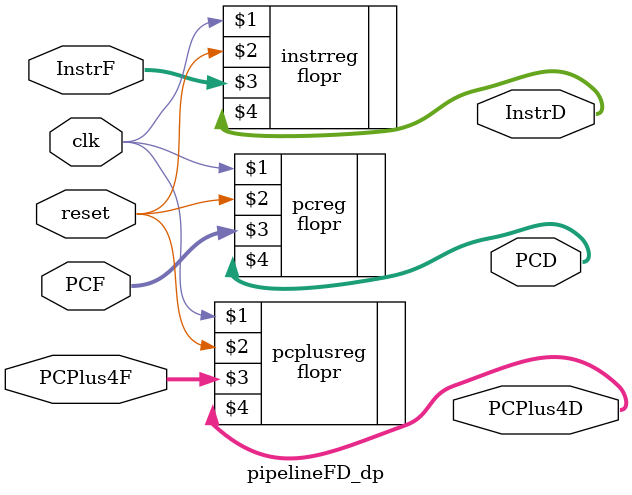
<source format=v>
module pipelineFD_dp(
	input clk,
	input reset,

	// inputs
	input wire [31:0] InstrF,
	input wire [31:0] PCF,
	input wire [31:0] PCPlus4F,

	// outputs
	output wire [31:0] InstrD,
	output wire [31:0] PCD,
	output wire [31:0] PCPlus4D
);

flopr #(32) instrreg(
	clk,
	reset,
	InstrF,
	InstrD
);

flopr #(32) pcreg(
	clk,
	reset,
	PCF,
	PCD
);

flopr #(32) pcplusreg(
	clk,
	reset,
	PCPlus4F,
	PCPlus4D
);

endmodule
</source>
